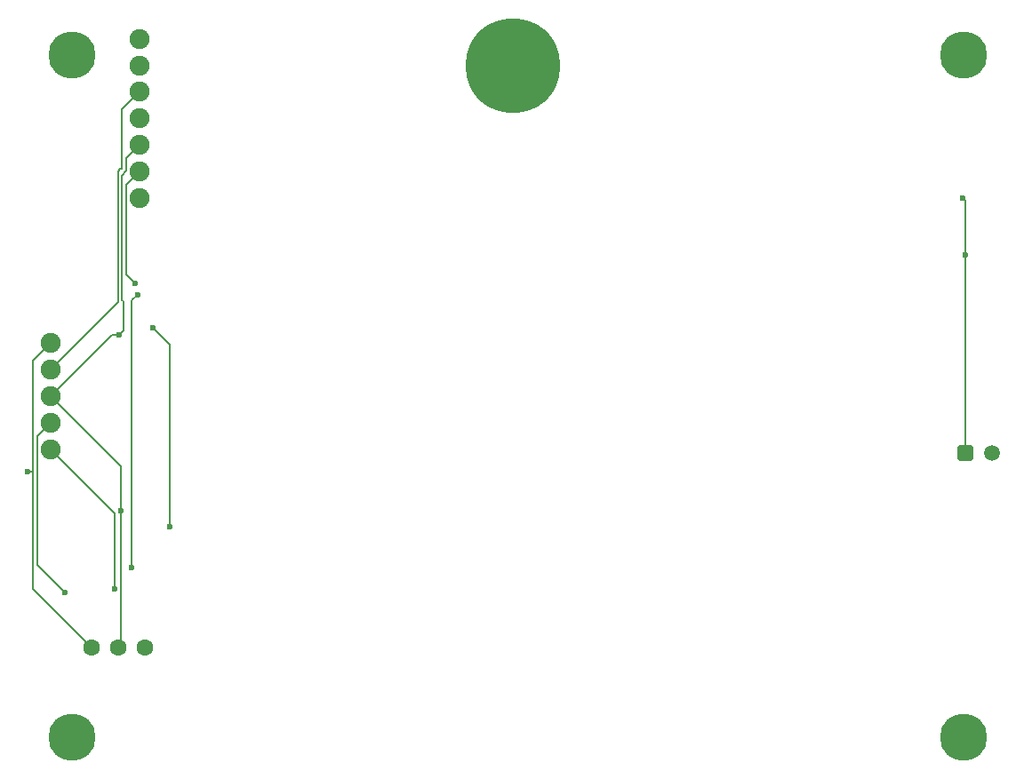
<source format=gbr>
%TF.GenerationSoftware,KiCad,Pcbnew,9.0.7-1.fc42*%
%TF.CreationDate,2026-02-03T17:14:12+01:00*%
%TF.ProjectId,air_sensor,6169725f-7365-46e7-936f-722e6b696361,rev?*%
%TF.SameCoordinates,Original*%
%TF.FileFunction,Copper,L2,Bot*%
%TF.FilePolarity,Positive*%
%FSLAX46Y46*%
G04 Gerber Fmt 4.6, Leading zero omitted, Abs format (unit mm)*
G04 Created by KiCad (PCBNEW 9.0.7-1.fc42) date 2026-02-03 17:14:12*
%MOMM*%
%LPD*%
G01*
G04 APERTURE LIST*
G04 Aperture macros list*
%AMRoundRect*
0 Rectangle with rounded corners*
0 $1 Rounding radius*
0 $2 $3 $4 $5 $6 $7 $8 $9 X,Y pos of 4 corners*
0 Add a 4 corners polygon primitive as box body*
4,1,4,$2,$3,$4,$5,$6,$7,$8,$9,$2,$3,0*
0 Add four circle primitives for the rounded corners*
1,1,$1+$1,$2,$3*
1,1,$1+$1,$4,$5*
1,1,$1+$1,$6,$7*
1,1,$1+$1,$8,$9*
0 Add four rect primitives between the rounded corners*
20,1,$1+$1,$2,$3,$4,$5,0*
20,1,$1+$1,$4,$5,$6,$7,0*
20,1,$1+$1,$6,$7,$8,$9,0*
20,1,$1+$1,$8,$9,$2,$3,0*%
G04 Aperture macros list end*
%TA.AperFunction,ComponentPad*%
%ADD10C,4.500000*%
%TD*%
%TA.AperFunction,ComponentPad*%
%ADD11C,1.600000*%
%TD*%
%TA.AperFunction,ComponentPad*%
%ADD12C,1.905000*%
%TD*%
%TA.AperFunction,ComponentPad*%
%ADD13RoundRect,0.250000X-0.500000X-0.500000X0.500000X-0.500000X0.500000X0.500000X-0.500000X0.500000X0*%
%TD*%
%TA.AperFunction,ComponentPad*%
%ADD14C,1.500000*%
%TD*%
%TA.AperFunction,ComponentPad*%
%ADD15C,9.000000*%
%TD*%
%TA.AperFunction,ViaPad*%
%ADD16C,0.600000*%
%TD*%
%TA.AperFunction,Conductor*%
%ADD17C,0.200000*%
%TD*%
G04 APERTURE END LIST*
D10*
%TO.P,REF\u002A\u002A,*%
%TO.N,*%
X117000000Y-136000000D03*
%TD*%
D11*
%TO.P,J4,1,VCC*%
%TO.N,3V3*%
X118920000Y-127500000D03*
%TO.P,J4,2,GND*%
%TO.N,GND*%
X121460000Y-127500000D03*
%TO.P,J4,3,UPDI*%
%TO.N,UPDI*%
X124000000Y-127500000D03*
%TD*%
D10*
%TO.P,REF\u002A\u002A,*%
%TO.N,*%
X202000000Y-71000000D03*
%TD*%
D12*
%TO.P,G1,1,3V3*%
%TO.N,3V3*%
X115000000Y-98460000D03*
%TO.P,G1,2,5V*%
%TO.N,5V*%
X115000000Y-101000000D03*
%TO.P,G1,3,GND*%
%TO.N,GND*%
X115000000Y-103500000D03*
%TO.P,G1,4,SDA*%
%TO.N,SDA*%
X115000000Y-106040000D03*
%TO.P,G1,5,SCL*%
%TO.N,SCL*%
X115000000Y-108580000D03*
%TD*%
D10*
%TO.P,REF\u002A\u002A,*%
%TO.N,*%
X117000000Y-71000000D03*
%TD*%
D12*
%TO.P,S4,1,NC*%
%TO.N,unconnected-(S4-NC-Pad1)*%
X123500000Y-69460000D03*
%TO.P,S4,2,1UM*%
%TO.N,unconnected-(S4-1UM-Pad2)*%
X123500000Y-72000000D03*
%TO.P,S4,3,5V*%
%TO.N,5V*%
X123500000Y-74500000D03*
%TO.P,S4,4,2.5UM*%
%TO.N,unconnected-(S4-2.5UM-Pad4)*%
X123500000Y-77040000D03*
%TO.P,S4,5,GND*%
%TO.N,GND*%
X123500000Y-79580000D03*
%TO.P,S4,6,RX*%
%TO.N,PM_RX*%
X123500000Y-82120000D03*
%TO.P,S4,7,TX*%
%TO.N,PM_TX*%
X123500000Y-84660000D03*
%TD*%
D10*
%TO.P,REF\u002A\u002A,*%
%TO.N,*%
X202000000Y-136000000D03*
%TD*%
D13*
%TO.P,D1,1,K*%
%TO.N,GND*%
X202110000Y-108980000D03*
D14*
%TO.P,D1,2,A*%
%TO.N,Net-(D1-A)*%
X204650000Y-108980000D03*
%TD*%
D15*
%TO.P,REF\u002A\u002A,4*%
%TO.N,N/C*%
X159000000Y-72000000D03*
%TD*%
D16*
%TO.N,3V3*%
X112806400Y-110729800D03*
%TO.N,GND*%
X202138900Y-90025700D03*
X121521000Y-97646300D03*
X121694200Y-114421900D03*
X201870000Y-84662700D03*
%TO.N,SCL*%
X121092500Y-121889100D03*
%TO.N,SDA*%
X116372600Y-122245400D03*
%TO.N,PM_RX*%
X123056400Y-92808200D03*
%TO.N,AT_CLIM_RX*%
X124776500Y-97038700D03*
X126354100Y-115942000D03*
%TO.N,AT_CLIM_TX*%
X123305100Y-93852100D03*
X122740700Y-119866700D03*
%TD*%
D17*
%TO.N,3V3*%
X115000000Y-98460000D02*
X113301100Y-100158900D01*
X113301100Y-110729800D02*
X113301100Y-121881100D01*
X113301100Y-121881100D02*
X118920000Y-127500000D01*
X113301100Y-100158900D02*
X113301100Y-110729800D01*
X112806400Y-110729800D02*
X113301100Y-110729800D01*
%TO.N,GND*%
X202110000Y-90054600D02*
X202110000Y-108980000D01*
X123500000Y-79580000D02*
X122245800Y-80834200D01*
X122245800Y-80834200D02*
X122245800Y-82059300D01*
X121911000Y-94454900D02*
X121911000Y-97256300D01*
X121811000Y-82494100D02*
X121811000Y-94354900D01*
X120853700Y-97646300D02*
X115000000Y-103500000D01*
X202138900Y-90025700D02*
X202110000Y-90054600D01*
X121460000Y-127500000D02*
X121694200Y-127265800D01*
X121694200Y-114421900D02*
X121694200Y-110194200D01*
X121521000Y-97646300D02*
X120853700Y-97646300D01*
X201870000Y-84662700D02*
X202138900Y-84931600D01*
X121811000Y-94354900D02*
X121911000Y-94454900D01*
X121694200Y-127265800D02*
X121694200Y-114421900D01*
X202138900Y-84931600D02*
X202138900Y-90025700D01*
X122245800Y-82059300D02*
X121811000Y-82494100D01*
X121694200Y-110194200D02*
X115000000Y-103500000D01*
X121911000Y-97256300D02*
X121521000Y-97646300D01*
%TO.N,5V*%
X121409300Y-94521300D02*
X121444000Y-94556000D01*
X121644700Y-81890800D02*
X121409300Y-82126200D01*
X121409300Y-82126200D02*
X121409300Y-94521300D01*
X121811000Y-81890800D02*
X121644700Y-81890800D01*
X121811000Y-76189000D02*
X121811000Y-81890800D01*
X121444000Y-94556000D02*
X115000000Y-101000000D01*
X123500000Y-74500000D02*
X121811000Y-76189000D01*
%TO.N,SCL*%
X121092500Y-114672500D02*
X115000000Y-108580000D01*
X121092500Y-121889100D02*
X121092500Y-114672500D01*
%TO.N,SDA*%
X113702800Y-119575600D02*
X113702800Y-107337200D01*
X113702800Y-107337200D02*
X115000000Y-106040000D01*
X116372600Y-122245400D02*
X113702800Y-119575600D01*
%TO.N,PM_RX*%
X122212700Y-83407300D02*
X122212700Y-91964500D01*
X123500000Y-82120000D02*
X122212700Y-83407300D01*
X122212700Y-91964500D02*
X123056400Y-92808200D01*
%TO.N,AT_CLIM_RX*%
X126354100Y-98616300D02*
X124776500Y-97038700D01*
X126354100Y-115942000D02*
X126354100Y-98616300D01*
%TO.N,AT_CLIM_TX*%
X122740700Y-94416500D02*
X123305100Y-93852100D01*
X122740700Y-119866700D02*
X122740700Y-94416500D01*
%TD*%
M02*

</source>
